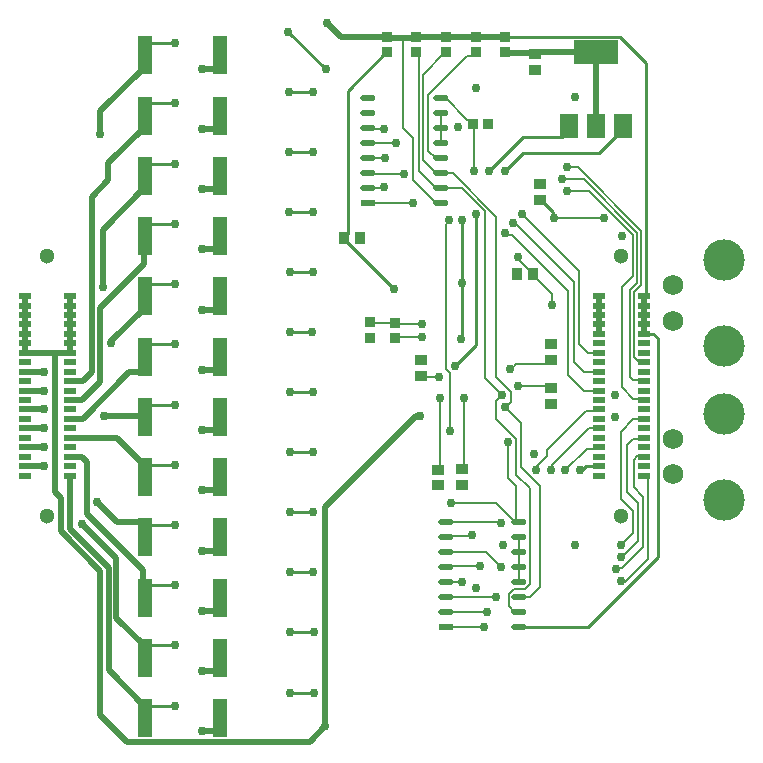
<source format=gbl>
G04*
G04 #@! TF.GenerationSoftware,Altium Limited,Altium Designer,19.1.8 (144)*
G04*
G04 Layer_Physical_Order=2*
G04 Layer_Color=16711680*
%FSLAX25Y25*%
%MOIN*%
G70*
G01*
G75*
%ADD16C,0.01000*%
%ADD17R,0.03347X0.03740*%
%ADD18R,0.03740X0.03347*%
%ADD24R,0.03937X0.03543*%
%ADD41C,0.00800*%
%ADD42C,0.02000*%
%ADD44C,0.05118*%
%ADD45C,0.13780*%
%ADD46C,0.06890*%
%ADD47C,0.03000*%
%ADD48R,0.14961X0.07874*%
%ADD49R,0.05906X0.07874*%
%ADD50O,0.05118X0.01968*%
%ADD51R,0.05118X0.01968*%
%ADD52R,0.03543X0.03937*%
%ADD53R,0.04331X0.01968*%
%ADD54R,0.04900X0.12500*%
D16*
X223228Y70849D02*
Y143799D01*
X200096Y47717D02*
X223228Y70849D01*
X221752Y145276D02*
X223228Y143799D01*
X218504Y145276D02*
X221752D01*
X52259Y181965D02*
X62423D01*
X52259Y61492D02*
X62423D01*
X52259Y222122D02*
X62423D01*
X52259Y141807D02*
X62423D01*
X52259Y21024D02*
X52569Y21335D01*
X62423D01*
X52259Y41413D02*
X62423D01*
X219172Y193726D02*
Y235730D01*
X210593Y244309D02*
X219172Y235730D01*
X172343Y244193D02*
X172458Y244309D01*
X219172Y193726D02*
X219283Y193616D01*
X172458Y244309D02*
X210593D01*
X157783Y162402D02*
X157923Y162541D01*
X157783Y162402D02*
X157829Y162356D01*
X100591Y165945D02*
X108465D01*
X135335Y160335D02*
X135335D01*
X118405Y177264D02*
X135335Y160335D01*
X166929Y199606D02*
X178354Y211032D01*
X191150D01*
X157923Y183120D02*
X157972Y183169D01*
X157829Y143754D02*
Y162356D01*
X188200Y184241D02*
X188583Y183858D01*
X188200Y184241D02*
Y185816D01*
X197343Y99902D02*
X197884D01*
X199163Y101181D01*
X203543D01*
X100591Y145866D02*
X108071D01*
X184252Y189764D02*
X188200Y185816D01*
X184055Y189764D02*
X184252D01*
X157783Y143709D02*
X157829Y143754D01*
X177055Y47717D02*
X200096D01*
X155709Y134646D02*
X162589Y141526D01*
Y185138D01*
X157923Y162541D02*
Y183120D01*
X203689Y205461D02*
X211713Y213484D01*
X172244Y199508D02*
X178197Y205461D01*
X203689D01*
X211713Y213484D02*
Y214469D01*
X191150Y211032D02*
X193602Y213484D01*
Y214469D01*
X218504Y157874D02*
X218798D01*
X219283Y158358D02*
Y193616D01*
X218798Y157874D02*
X219283Y158358D01*
X118405Y177264D02*
X118405D01*
X118405Y177264D02*
Y177264D01*
X118405D02*
X119874Y178732D01*
Y226173D01*
X132776Y239075D01*
X132972D01*
X100000Y246063D02*
X112598Y233465D01*
X100591Y125984D02*
X108268D01*
X100787Y85827D02*
X108268D01*
X100787Y46063D02*
X108661D01*
X100394Y225984D02*
X108465D01*
X100394Y205906D02*
X108465D01*
X100394Y185827D02*
X108465D01*
X100787Y105905D02*
X107874D01*
X100787Y65748D02*
X108268D01*
X52259Y242201D02*
X62423D01*
X52259Y81571D02*
X62423D01*
X52259Y121728D02*
X62423D01*
X52259Y161886D02*
X62423D01*
X52259Y202043D02*
X62423D01*
X100787Y25591D02*
X108661D01*
X54012Y101650D02*
X62423D01*
D17*
X166732Y215256D02*
D03*
X161614D02*
D03*
D18*
X132972Y244193D02*
D03*
Y239075D02*
D03*
X142815Y239075D02*
D03*
Y244193D02*
D03*
X152657Y239075D02*
D03*
Y244193D02*
D03*
X162500Y239075D02*
D03*
Y244193D02*
D03*
X172343Y244193D02*
D03*
Y239075D02*
D03*
X127362Y149114D02*
D03*
Y143996D02*
D03*
X135630Y143898D02*
D03*
Y149016D02*
D03*
D24*
X182185Y233268D02*
D03*
Y238583D02*
D03*
X144291Y136417D02*
D03*
Y131102D02*
D03*
X149880Y94750D02*
D03*
Y100065D02*
D03*
X158148Y94882D02*
D03*
Y100197D02*
D03*
X187598Y121850D02*
D03*
Y127165D02*
D03*
Y141831D02*
D03*
Y136516D02*
D03*
X184055Y195079D02*
D03*
Y189764D02*
D03*
D41*
X150984Y193740D02*
X158088D01*
X149409D02*
X150984D01*
X180614Y61895D02*
Y93795D01*
X176128Y98281D02*
X180614Y93795D01*
X176128Y98281D02*
Y110355D01*
X158088Y193740D02*
X165489Y186339D01*
Y130639D02*
X171361Y124768D01*
X165489Y130639D02*
Y186339D01*
X173496Y54701D02*
X175480Y52716D01*
X169442Y122850D02*
X171361Y124768D01*
X169442Y117041D02*
Y122850D01*
Y117041D02*
X176128Y110355D01*
X177528Y100851D02*
X183957Y94422D01*
Y61025D02*
Y94422D01*
X182579Y99902D02*
Y100886D01*
X177528Y100851D02*
Y115582D01*
X186221Y104528D02*
Y106595D01*
X182579Y100886D02*
X186221Y104528D01*
X178936Y60216D02*
X180614Y61895D01*
X173496Y54701D02*
Y58538D01*
X175174Y60216D02*
X178936D01*
X173496Y58538D02*
X175174Y60216D01*
X175480Y52716D02*
X177055D01*
X211372Y67255D02*
X218406Y74288D01*
X209683Y67255D02*
X211372D01*
X209262Y66834D02*
X209683Y67255D01*
X215139Y123632D02*
X218100D01*
X218504Y123228D01*
X211176Y127594D02*
X215139Y123632D01*
X217323Y129528D02*
X218190D01*
X218504D01*
X215139Y129842D02*
X217323D01*
X218190D01*
X213939Y131042D02*
X215139Y129842D01*
X218190D02*
X218504Y129528D01*
X143482Y199668D02*
X149409Y193740D01*
X142815Y239075D02*
X143482Y238408D01*
Y199668D02*
Y238408D01*
X138287Y213800D02*
X141483Y210605D01*
X138287Y213800D02*
Y243799D01*
X141483Y196667D02*
Y210605D01*
Y196667D02*
X149409Y188740D01*
X144882Y231496D02*
X152461Y239075D01*
X144882Y203268D02*
Y231496D01*
Y203268D02*
X149409Y198740D01*
X146752Y224803D02*
X159750Y237802D01*
X146752Y206398D02*
Y224803D01*
Y206398D02*
X149409Y203740D01*
X159750Y237802D02*
X161227D01*
X215339Y137578D02*
X217090Y135827D01*
X218504D01*
X215339Y159273D02*
X217783Y161717D01*
X215339Y137578D02*
Y159273D01*
X217783Y161717D02*
Y179550D01*
X213939Y131042D02*
Y159852D01*
X216383Y162296D01*
Y178970D01*
X169222Y57648D02*
X169291Y57579D01*
X152726Y57648D02*
X169222D01*
X180649Y57717D02*
X183957Y61025D01*
X177055Y57717D02*
X180649D01*
X136014Y208848D02*
X136122Y208957D01*
X126695Y208848D02*
X136014D01*
X126587Y208740D02*
X126695Y208848D01*
X131909Y193917D02*
X132087Y194095D01*
X126764Y193917D02*
X131909D01*
X126587Y193740D02*
X126764Y193917D01*
X138524Y198681D02*
X138583Y198622D01*
X126646Y198681D02*
X138524D01*
X126587Y198740D02*
X126646Y198681D01*
X150984Y198740D02*
X155068D01*
X149409D02*
X150984D01*
X149409Y188740D02*
X150984D01*
X126764Y213563D02*
X132106D01*
X126734Y203888D02*
X132333D01*
X195276Y136024D02*
Y162697D01*
X175787Y182185D02*
X195276Y162697D01*
X174902Y182185D02*
X175787D01*
X193405Y131496D02*
Y159449D01*
X174535Y178319D02*
X193405Y159449D01*
X172764Y178319D02*
X174535D01*
X197047Y141905D02*
X199976Y138976D01*
X203543D01*
X195276Y136024D02*
X198622Y132677D01*
X203543D01*
X193405Y131496D02*
X198524Y126378D01*
X203543D01*
X152657Y62596D02*
X157754D01*
X186221Y106595D02*
X199311Y119685D01*
X200295Y113779D02*
X203543D01*
X187921Y101405D02*
X200295Y113779D01*
X187921Y100322D02*
Y101405D01*
X199311Y119685D02*
X203150D01*
X203543Y120079D01*
X187500Y99902D02*
X187921Y100322D01*
X215158Y94291D02*
X218406Y91043D01*
Y74288D02*
Y91043D01*
X213090Y92443D02*
X216634Y88900D01*
Y76306D02*
Y88900D01*
X211490Y71161D02*
X216634Y76306D01*
X214983Y78756D02*
Y86286D01*
X211132Y74905D02*
X214983Y78756D01*
X210925Y90343D02*
X214983Y86286D01*
X218998Y98032D02*
X220079Y96950D01*
Y70177D02*
Y96950D01*
X212402Y62500D02*
X220079Y70177D01*
X213090Y108169D02*
X215139Y110217D01*
X213090Y92443D02*
Y108169D01*
X210925Y112716D02*
X215139Y116929D01*
X210925Y90343D02*
Y112716D01*
X217323Y110630D02*
X218504D01*
X215158Y94291D02*
Y103370D01*
X216315Y104528D01*
X218307D01*
X218504Y104331D01*
X211176Y127594D02*
Y160904D01*
X214983Y164710D01*
X215139Y110217D02*
X218091D01*
X218504Y110630D01*
X215139Y116929D02*
X218504D01*
X150984Y213740D02*
Y218740D01*
Y208740D02*
Y213740D01*
X143110Y130905D02*
X150295D01*
X177055Y67716D02*
Y72716D01*
Y77716D01*
Y62717D02*
Y67716D01*
X197047Y141905D02*
Y166100D01*
X177854Y185293D02*
X197047Y166100D01*
X173228Y97233D02*
Y109153D01*
X175880Y83256D02*
Y94581D01*
X173228Y97233D02*
X175880Y94581D01*
X214983Y164710D02*
Y178390D01*
X174016Y133661D02*
X174611D01*
X193120Y200787D02*
X196545D01*
X192421Y99902D02*
X199583Y107063D01*
X160814Y77940D02*
X161221Y78347D01*
X188100Y155027D02*
Y158455D01*
X192167Y196860D02*
X198493D01*
X181890Y164665D02*
Y165059D01*
X176575Y170374D02*
X181890Y165059D01*
Y164665D02*
X188100Y158455D01*
X176575Y170374D02*
Y170866D01*
X203126Y107063D02*
X203543Y107480D01*
X199583Y107063D02*
X203126D01*
X126587Y203740D02*
X126734Y203888D01*
X188583Y183858D02*
X205413D01*
X161531Y216726D02*
X161909Y216347D01*
X154035Y112841D02*
Y132218D01*
X158523Y100572D02*
Y123877D01*
X152809Y181839D02*
X153543Y182574D01*
X152809Y133444D02*
X154035Y132218D01*
X153543Y182574D02*
Y183169D01*
X152809Y133444D02*
Y181839D01*
X155068Y198740D02*
X169442Y184366D01*
Y130787D02*
Y184366D01*
X159573Y216726D02*
X161531D01*
X152559Y223740D02*
X159573Y216726D01*
X150984Y223740D02*
X152559D01*
X161909Y199705D02*
Y216347D01*
X196545Y200787D02*
X217783Y179550D01*
X126587Y213740D02*
X126764Y213563D01*
X169442Y130787D02*
X173675Y126555D01*
X172343Y120768D02*
X174261Y122686D01*
Y125969D01*
X172343Y120768D02*
X177528Y115582D01*
X152657Y57717D02*
X152726Y57648D01*
X152657Y72716D02*
X166063D01*
X171063Y67716D01*
X173675Y126555D02*
X174261Y125969D01*
X173675Y126555D02*
Y126555D01*
X176575Y127756D02*
X187008D01*
X176094Y135144D02*
X186227D01*
X187008Y127756D02*
X187598Y127165D01*
X152461Y239075D02*
X152657D01*
X161227Y237802D02*
X162500Y239075D01*
X149409Y203740D02*
X150984D01*
X141713Y188760D02*
X141732Y188779D01*
X126606Y188760D02*
X141713D01*
X126587Y188740D02*
X126606Y188760D01*
X192135Y196892D02*
X192167Y196860D01*
X192913Y192913D02*
X200460D01*
X214983Y178390D01*
X174611Y133661D02*
X176094Y135144D01*
X186227D02*
X187598Y136516D01*
X198493Y196860D02*
X216383Y178970D01*
X172343Y178740D02*
X172764Y178319D01*
X135827Y149213D02*
X136417Y148622D01*
X127461Y149016D02*
X135630D01*
X136417Y148622D02*
X144488D01*
X135531Y144390D02*
X144587D01*
X175197Y83000D02*
X176772D01*
X169220Y88976D02*
X175197Y83000D01*
X154232Y88976D02*
X169220D01*
X176772Y83000D02*
X177055Y82717D01*
X175197Y83000D02*
X175624D01*
X144095Y117550D02*
Y118012D01*
X175624Y83000D02*
X175880Y83256D01*
X158148Y100197D02*
X158523Y100572D01*
X150591Y100776D02*
Y123877D01*
X149880Y100065D02*
X150591Y100776D01*
X169838Y82717D02*
X170468Y82087D01*
X152657Y82717D02*
X169838D01*
X166309Y52687D02*
X166339Y52658D01*
X152687Y52687D02*
X166309D01*
X152657Y52716D02*
X152687Y52687D01*
X163927Y67766D02*
X163976Y67815D01*
X152707Y67766D02*
X163927D01*
X152657Y67716D02*
X152707Y67766D01*
X157754Y62596D02*
X157874Y62476D01*
X152881Y77940D02*
X160814D01*
X152657Y77716D02*
X152881Y77940D01*
X170468Y82087D02*
X171063D01*
X211282Y71161D02*
X211490D01*
X165069Y47628D02*
X165157Y47539D01*
X152746Y47628D02*
X165069D01*
X152657Y47717D02*
X152746Y47628D01*
X218504Y98032D02*
X218998D01*
D42*
X142815Y243799D02*
X143209Y244193D01*
X132579Y244193D02*
X132972Y243799D01*
X138287D02*
X142815D01*
X132972D02*
X138287D01*
X162500Y244193D02*
X171760D01*
X152657D02*
X162500D01*
X143209D02*
X152657D01*
X218504Y154724D02*
Y157874D01*
Y151575D02*
Y154724D01*
Y148425D02*
Y151575D01*
Y145276D02*
Y148425D01*
X37411Y129242D02*
Y153891D01*
X52125Y168604D01*
Y177720D01*
X52259Y177854D01*
X27165Y80189D02*
X40157Y67196D01*
X27165Y80189D02*
Y98032D01*
X32917Y85392D02*
Y102713D01*
X31315Y104315D02*
X32917Y102713D01*
X27181Y104315D02*
X31315D01*
X143824Y117821D02*
X144095Y117550D01*
X24244Y79433D02*
Y90520D01*
X22244Y92520D02*
X24244Y90520D01*
X22244Y92520D02*
Y138976D01*
X24244Y79433D02*
X37318Y66359D01*
X40157Y33126D02*
Y67196D01*
X22244Y138976D02*
X27165D01*
X12205D02*
X22244D01*
X52259Y218012D02*
Y222122D01*
Y214212D02*
Y218012D01*
X34689Y132622D02*
Y190975D01*
X31610Y129543D02*
X34689Y132622D01*
X27181Y129543D02*
X31610D01*
X31413Y123244D02*
X37411Y129242D01*
X27181Y123244D02*
X31413D01*
X52259Y137697D02*
Y141807D01*
Y133897D02*
Y137697D01*
X47014Y132447D02*
X50809D01*
X31512Y116945D02*
X47014Y132447D01*
X27181Y116945D02*
X31512D01*
X38484Y117815D02*
X51472D01*
X51767Y118110D01*
X52259Y117618D01*
X12205Y113779D02*
X18504D01*
X27165Y142126D02*
Y145276D01*
X12205Y101181D02*
X18504D01*
X27165Y138976D02*
Y142126D01*
X12205Y120079D02*
X18504D01*
X12205Y151575D02*
Y154724D01*
Y145276D02*
Y148425D01*
X27165Y145276D02*
Y148425D01*
Y154724D02*
Y157874D01*
X12205Y142126D02*
Y145276D01*
Y107480D02*
X18504D01*
X27165Y151575D02*
Y154724D01*
X12205Y132677D02*
X18504D01*
X12205Y138976D02*
Y142126D01*
Y154724D02*
Y157874D01*
X27165Y148425D02*
Y151575D01*
X12205Y126378D02*
X18504D01*
X12205Y148425D02*
Y151575D01*
X40157Y33126D02*
X52259Y21024D01*
X37318Y18292D02*
Y66359D01*
X32917Y85392D02*
X51677Y66632D01*
Y61610D02*
Y66632D01*
X51559Y61492D02*
X51677Y61610D01*
X51949Y41413D02*
X52259D01*
X42757Y50605D02*
X51949Y41413D01*
X31299Y82060D02*
X42757Y70602D01*
Y50605D02*
Y70602D01*
X37318Y18292D02*
X46315Y9295D01*
X107228D01*
X203543Y154724D02*
Y157874D01*
Y151575D02*
Y154724D01*
Y148425D02*
Y151575D01*
Y145276D02*
Y148425D01*
X181939Y238829D02*
X182185Y239075D01*
X172589Y238829D02*
X181939D01*
X40911Y142126D02*
X41103Y142317D01*
Y142819D01*
X182185Y239075D02*
X196161D01*
X202658Y214469D02*
Y239272D01*
X117764Y244193D02*
X132579D01*
X172343Y239075D02*
X172589Y238829D01*
X112894Y249063D02*
X117764Y244193D01*
X142639Y117821D02*
X143824D01*
X112402Y87583D02*
X142639Y117821D01*
X112402Y14469D02*
Y87583D01*
X107228Y9295D02*
X112402Y14469D01*
X43077Y82711D02*
X51119D01*
X36417Y89370D02*
X43077Y82711D01*
X34689Y190975D02*
X40117Y196403D01*
X52259Y37303D02*
Y41103D01*
X71305Y32874D02*
X76730D01*
X52259Y234291D02*
Y242201D01*
X51119Y82711D02*
X52259Y81571D01*
Y77461D02*
Y81261D01*
X71305Y133268D02*
X76730D01*
X71305Y193504D02*
X76730D01*
X37411Y211811D02*
Y219443D01*
X52259Y234291D01*
X38189Y180063D02*
X52259Y194133D01*
Y177854D02*
Y181965D01*
X41103Y142819D02*
X52259Y153976D01*
X40117Y202070D02*
X52259Y214212D01*
X40117Y196403D02*
Y202070D01*
X38189Y161024D02*
Y180063D01*
X52259Y194133D02*
Y202043D01*
X27165Y129528D02*
X27181Y129543D01*
X27165Y123228D02*
X27181Y123244D01*
X50809Y132447D02*
X52259Y133897D01*
X27165Y116929D02*
X27181Y116945D01*
X52259Y99897D02*
X54012Y101650D01*
X52259Y99897D02*
Y101339D01*
Y97539D02*
Y99897D01*
X27165Y110630D02*
X42968D01*
X52259Y101339D01*
X27165Y104331D02*
X27181Y104315D01*
X71305Y233661D02*
X76730D01*
X71305Y213583D02*
X76730D01*
X71305Y173425D02*
X76730D01*
X71305Y153347D02*
X76730D01*
X52259Y153976D02*
Y161886D01*
X71305Y113189D02*
X76730D01*
X52259Y117618D02*
Y121728D01*
X71305Y93110D02*
X76730D01*
X71305Y73032D02*
X76730D01*
X71305Y52953D02*
X76730D01*
X52259Y57382D02*
Y61492D01*
X71305Y12795D02*
X76730D01*
D44*
X211024Y84646D02*
D03*
Y171260D02*
D03*
X19685Y84646D02*
D03*
Y171260D02*
D03*
D45*
X245354Y118701D02*
D03*
Y89961D02*
D03*
Y169882D02*
D03*
Y141142D02*
D03*
D46*
X228346Y98425D02*
D03*
Y110236D02*
D03*
Y149606D02*
D03*
Y161417D02*
D03*
D47*
X182579Y99902D02*
D03*
X181990Y105118D02*
D03*
X38484Y117815D02*
D03*
X18504Y113779D02*
D03*
Y126378D02*
D03*
Y120079D02*
D03*
Y132677D02*
D03*
Y101181D02*
D03*
Y107480D02*
D03*
X169291Y57579D02*
D03*
X138583Y198622D02*
D03*
X136122Y208957D02*
D03*
X132106Y213563D02*
D03*
X132333Y203888D02*
D03*
X132087Y194095D02*
D03*
X108465Y165945D02*
D03*
X176575Y170866D02*
D03*
X188100Y155027D02*
D03*
X197343Y99902D02*
D03*
X192421D02*
D03*
X108071Y145866D02*
D03*
X100591D02*
D03*
X210921Y70905D02*
D03*
X205413Y183858D02*
D03*
X188583D02*
D03*
X162598Y60728D02*
D03*
X195669Y74803D02*
D03*
X171653Y75000D02*
D03*
X195571Y224311D02*
D03*
X162629Y227264D02*
D03*
X156720Y214370D02*
D03*
X211221Y177953D02*
D03*
X208900Y117717D02*
D03*
X208873Y124853D02*
D03*
X157874Y162402D02*
D03*
X154035Y112841D02*
D03*
X150295Y130905D02*
D03*
X155709Y134646D02*
D03*
X158523Y123877D02*
D03*
X157783Y143709D02*
D03*
X157972Y183169D02*
D03*
X153543D02*
D03*
X162589Y185138D02*
D03*
X172244Y199508D02*
D03*
X166929Y199606D02*
D03*
X161909Y199705D02*
D03*
X172343Y120768D02*
D03*
X187500Y99902D02*
D03*
X171063Y67716D02*
D03*
X171361Y124768D02*
D03*
X176575Y127756D02*
D03*
X174016Y133661D02*
D03*
X191151Y196860D02*
D03*
X141732Y188779D02*
D03*
X192913Y200787D02*
D03*
Y192913D02*
D03*
X135335Y160335D02*
D03*
X177854Y185293D02*
D03*
X172343Y178740D02*
D03*
X174902Y182185D02*
D03*
X144488Y148622D02*
D03*
X144587Y144390D02*
D03*
X154232Y88976D02*
D03*
X144095Y118012D02*
D03*
X173228Y109153D02*
D03*
X150591Y123877D02*
D03*
X112894Y249063D02*
D03*
X157874Y62476D02*
D03*
X161221Y78347D02*
D03*
X163976Y67815D02*
D03*
X166339Y52658D02*
D03*
X171063Y82087D02*
D03*
X209262Y66834D02*
D03*
X211132Y74905D02*
D03*
X211034Y62897D02*
D03*
X165157Y47539D02*
D03*
X112402Y14469D02*
D03*
X36417Y89370D02*
D03*
X31299Y82060D02*
D03*
X112598Y233465D02*
D03*
X100000Y246063D02*
D03*
X108268Y125984D02*
D03*
Y85827D02*
D03*
X108465Y185827D02*
D03*
X108268Y65748D02*
D03*
X108268Y105905D02*
D03*
X100787Y85827D02*
D03*
Y46063D02*
D03*
X108465Y225984D02*
D03*
X100394D02*
D03*
X108465Y205906D02*
D03*
X100394D02*
D03*
Y185827D02*
D03*
X100591Y165945D02*
D03*
Y125984D02*
D03*
X100787Y105905D02*
D03*
X100787Y65748D02*
D03*
X108661Y46063D02*
D03*
X62423Y41413D02*
D03*
X71305Y32874D02*
D03*
Y133268D02*
D03*
X108661Y25591D02*
D03*
X100787D02*
D03*
X71305Y193504D02*
D03*
X37411Y211811D02*
D03*
X38189Y161024D02*
D03*
X40911Y142126D02*
D03*
X71305Y233661D02*
D03*
X62423Y242201D02*
D03*
X71305Y213583D02*
D03*
X62423Y222122D02*
D03*
Y202043D02*
D03*
X71305Y173425D02*
D03*
X62423Y181965D02*
D03*
X71305Y153347D02*
D03*
X62423Y161886D02*
D03*
Y141807D02*
D03*
X71305Y113189D02*
D03*
X62423Y121728D02*
D03*
X71305Y93110D02*
D03*
X62423Y101650D02*
D03*
X71305Y73032D02*
D03*
X62423Y81571D02*
D03*
X71305Y52953D02*
D03*
X62423Y61492D02*
D03*
X71305Y12795D02*
D03*
X62423Y21335D02*
D03*
D48*
X202658Y239272D02*
D03*
D49*
X193602Y214469D02*
D03*
X202658D02*
D03*
X211713D02*
D03*
D50*
X177055Y82717D02*
D03*
Y77716D02*
D03*
Y72716D02*
D03*
Y67716D02*
D03*
Y62717D02*
D03*
Y57717D02*
D03*
Y52716D02*
D03*
Y47717D02*
D03*
X152657Y82717D02*
D03*
Y77716D02*
D03*
Y72716D02*
D03*
Y67716D02*
D03*
Y62717D02*
D03*
Y57717D02*
D03*
Y52716D02*
D03*
X150984Y223740D02*
D03*
Y218740D02*
D03*
Y213740D02*
D03*
Y208740D02*
D03*
Y203740D02*
D03*
Y198740D02*
D03*
Y193740D02*
D03*
Y188740D02*
D03*
X126587Y223740D02*
D03*
Y218740D02*
D03*
Y213740D02*
D03*
Y208740D02*
D03*
Y203740D02*
D03*
Y198740D02*
D03*
Y193740D02*
D03*
D51*
X152657Y47717D02*
D03*
X126587Y188740D02*
D03*
D52*
X123917Y177264D02*
D03*
X118602D02*
D03*
X176279Y165157D02*
D03*
X181595D02*
D03*
D53*
X218504Y98032D02*
D03*
X203543D02*
D03*
X218504Y101181D02*
D03*
X203543D02*
D03*
X218504Y104331D02*
D03*
X203543D02*
D03*
X218504Y107480D02*
D03*
X203543D02*
D03*
X218504Y110630D02*
D03*
X203543D02*
D03*
X218504Y113779D02*
D03*
X203543D02*
D03*
X218504Y116929D02*
D03*
X203543D02*
D03*
X218504Y120079D02*
D03*
X203543D02*
D03*
X218504Y123228D02*
D03*
X203543D02*
D03*
X218504Y126378D02*
D03*
X203543D02*
D03*
X218504Y129528D02*
D03*
X203543D02*
D03*
X218504Y132677D02*
D03*
X203543D02*
D03*
X218504Y135827D02*
D03*
X203543D02*
D03*
X218504Y138976D02*
D03*
X203543D02*
D03*
X218504Y142126D02*
D03*
X203543D02*
D03*
X218504Y145276D02*
D03*
X203543D02*
D03*
X218504Y148425D02*
D03*
X203543D02*
D03*
X218504Y151575D02*
D03*
X203543D02*
D03*
X218504Y154724D02*
D03*
X203543D02*
D03*
X218504Y157874D02*
D03*
X203543D02*
D03*
X27165Y98032D02*
D03*
X12205D02*
D03*
X27165Y101181D02*
D03*
X12205D02*
D03*
X27165Y104331D02*
D03*
X12205D02*
D03*
X27165Y107480D02*
D03*
X12205D02*
D03*
X27165Y110630D02*
D03*
X12205D02*
D03*
X27165Y113779D02*
D03*
X12205D02*
D03*
X27165Y116929D02*
D03*
X12205D02*
D03*
X27165Y120079D02*
D03*
X12205D02*
D03*
X27165Y123228D02*
D03*
X12205D02*
D03*
X27165Y126378D02*
D03*
X12205D02*
D03*
X27165Y129528D02*
D03*
X12205D02*
D03*
X27165Y132677D02*
D03*
X12205D02*
D03*
X27165Y135827D02*
D03*
X12205D02*
D03*
X27165Y138976D02*
D03*
X12205D02*
D03*
X27165Y142126D02*
D03*
X12205D02*
D03*
X27165Y145276D02*
D03*
X12205D02*
D03*
X27165Y148425D02*
D03*
X12205D02*
D03*
X27165Y151575D02*
D03*
X12205D02*
D03*
X27165Y154724D02*
D03*
X12205D02*
D03*
X27165Y157874D02*
D03*
X12205D02*
D03*
D54*
X52259Y238091D02*
D03*
X77359D02*
D03*
X52259Y218012D02*
D03*
X77359D02*
D03*
X52259Y197933D02*
D03*
X77359D02*
D03*
X52259Y177854D02*
D03*
X77359D02*
D03*
X52259Y157776D02*
D03*
X77359D02*
D03*
X52259Y137697D02*
D03*
X77359D02*
D03*
X52259Y117618D02*
D03*
X77359D02*
D03*
X52259Y97539D02*
D03*
X77359D02*
D03*
X52259Y77461D02*
D03*
X77359D02*
D03*
X52259Y57382D02*
D03*
X77359D02*
D03*
X52259Y37303D02*
D03*
X77359D02*
D03*
X52259Y17224D02*
D03*
X77359D02*
D03*
M02*

</source>
